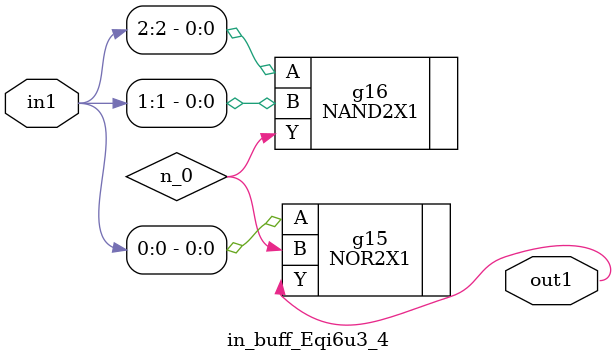
<source format=v>
`timescale 1ps / 1ps


module in_buff_Eqi6u3_4(in1, out1);
  input [2:0] in1;
  output out1;
  wire [2:0] in1;
  wire out1;
  wire n_0;
  NOR2X1 g15(.A (in1[0]), .B (n_0), .Y (out1));
  NAND2X1 g16(.A (in1[2]), .B (in1[1]), .Y (n_0));
endmodule



</source>
